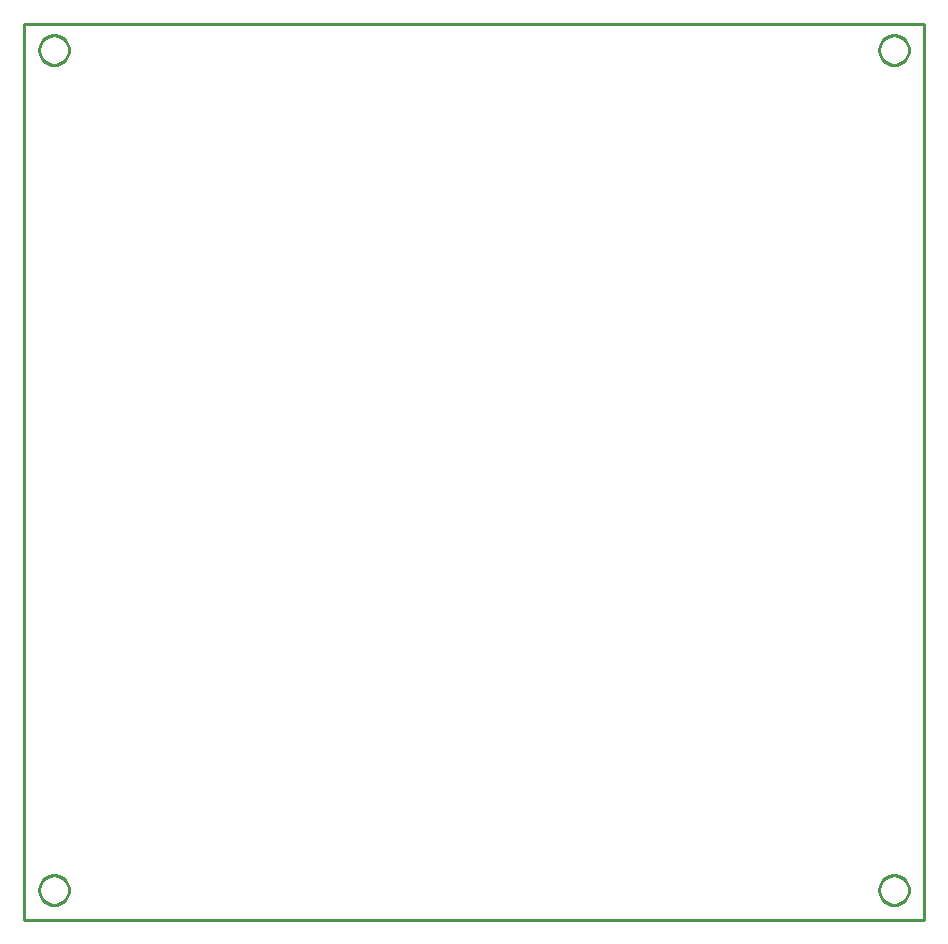
<source format=gbr>
G04 EAGLE Gerber RS-274X export*
G75*
%MOMM*%
%FSLAX34Y34*%
%LPD*%
%IN*%
%IPPOS*%
%AMOC8*
5,1,8,0,0,1.08239X$1,22.5*%
G01*
%ADD10C,0.254000*%


D10*
X50800Y38100D02*
X812600Y38100D01*
X812600Y796800D01*
X50800Y796800D01*
X50800Y38100D01*
X88700Y774209D02*
X88623Y773230D01*
X88469Y772260D01*
X88240Y771304D01*
X87936Y770370D01*
X87561Y769463D01*
X87115Y768588D01*
X86601Y767750D01*
X86024Y766955D01*
X85386Y766208D01*
X84692Y765514D01*
X83945Y764876D01*
X83150Y764299D01*
X82312Y763785D01*
X81437Y763339D01*
X80530Y762964D01*
X79596Y762660D01*
X78641Y762431D01*
X77670Y762277D01*
X76691Y762200D01*
X75709Y762200D01*
X74730Y762277D01*
X73760Y762431D01*
X72804Y762660D01*
X71870Y762964D01*
X70963Y763339D01*
X70088Y763785D01*
X69250Y764299D01*
X68455Y764876D01*
X67708Y765514D01*
X67014Y766208D01*
X66376Y766955D01*
X65799Y767750D01*
X65285Y768588D01*
X64839Y769463D01*
X64464Y770370D01*
X64160Y771304D01*
X63931Y772260D01*
X63777Y773230D01*
X63700Y774209D01*
X63700Y775191D01*
X63777Y776170D01*
X63931Y777141D01*
X64160Y778096D01*
X64464Y779030D01*
X64839Y779937D01*
X65285Y780812D01*
X65799Y781650D01*
X66376Y782445D01*
X67014Y783192D01*
X67708Y783886D01*
X68455Y784524D01*
X69250Y785101D01*
X70088Y785615D01*
X70963Y786061D01*
X71870Y786436D01*
X72804Y786740D01*
X73760Y786969D01*
X74730Y787123D01*
X75709Y787200D01*
X76691Y787200D01*
X77670Y787123D01*
X78641Y786969D01*
X79596Y786740D01*
X80530Y786436D01*
X81437Y786061D01*
X82312Y785615D01*
X83150Y785101D01*
X83945Y784524D01*
X84692Y783886D01*
X85386Y783192D01*
X86024Y782445D01*
X86601Y781650D01*
X87115Y780812D01*
X87561Y779937D01*
X87936Y779030D01*
X88240Y778096D01*
X88469Y777141D01*
X88623Y776170D01*
X88700Y775191D01*
X88700Y774209D01*
X88700Y63009D02*
X88623Y62030D01*
X88469Y61060D01*
X88240Y60104D01*
X87936Y59170D01*
X87561Y58263D01*
X87115Y57388D01*
X86601Y56550D01*
X86024Y55755D01*
X85386Y55008D01*
X84692Y54314D01*
X83945Y53676D01*
X83150Y53099D01*
X82312Y52585D01*
X81437Y52139D01*
X80530Y51764D01*
X79596Y51460D01*
X78641Y51231D01*
X77670Y51077D01*
X76691Y51000D01*
X75709Y51000D01*
X74730Y51077D01*
X73760Y51231D01*
X72804Y51460D01*
X71870Y51764D01*
X70963Y52139D01*
X70088Y52585D01*
X69250Y53099D01*
X68455Y53676D01*
X67708Y54314D01*
X67014Y55008D01*
X66376Y55755D01*
X65799Y56550D01*
X65285Y57388D01*
X64839Y58263D01*
X64464Y59170D01*
X64160Y60104D01*
X63931Y61060D01*
X63777Y62030D01*
X63700Y63009D01*
X63700Y63991D01*
X63777Y64970D01*
X63931Y65941D01*
X64160Y66896D01*
X64464Y67830D01*
X64839Y68737D01*
X65285Y69612D01*
X65799Y70450D01*
X66376Y71245D01*
X67014Y71992D01*
X67708Y72686D01*
X68455Y73324D01*
X69250Y73901D01*
X70088Y74415D01*
X70963Y74861D01*
X71870Y75236D01*
X72804Y75540D01*
X73760Y75769D01*
X74730Y75923D01*
X75709Y76000D01*
X76691Y76000D01*
X77670Y75923D01*
X78641Y75769D01*
X79596Y75540D01*
X80530Y75236D01*
X81437Y74861D01*
X82312Y74415D01*
X83150Y73901D01*
X83945Y73324D01*
X84692Y72686D01*
X85386Y71992D01*
X86024Y71245D01*
X86601Y70450D01*
X87115Y69612D01*
X87561Y68737D01*
X87936Y67830D01*
X88240Y66896D01*
X88469Y65941D01*
X88623Y64970D01*
X88700Y63991D01*
X88700Y63009D01*
X799900Y63009D02*
X799823Y62030D01*
X799669Y61060D01*
X799440Y60104D01*
X799136Y59170D01*
X798761Y58263D01*
X798315Y57388D01*
X797801Y56550D01*
X797224Y55755D01*
X796586Y55008D01*
X795892Y54314D01*
X795145Y53676D01*
X794350Y53099D01*
X793512Y52585D01*
X792637Y52139D01*
X791730Y51764D01*
X790796Y51460D01*
X789841Y51231D01*
X788870Y51077D01*
X787891Y51000D01*
X786909Y51000D01*
X785930Y51077D01*
X784960Y51231D01*
X784004Y51460D01*
X783070Y51764D01*
X782163Y52139D01*
X781288Y52585D01*
X780450Y53099D01*
X779655Y53676D01*
X778908Y54314D01*
X778214Y55008D01*
X777576Y55755D01*
X776999Y56550D01*
X776485Y57388D01*
X776039Y58263D01*
X775664Y59170D01*
X775360Y60104D01*
X775131Y61060D01*
X774977Y62030D01*
X774900Y63009D01*
X774900Y63991D01*
X774977Y64970D01*
X775131Y65941D01*
X775360Y66896D01*
X775664Y67830D01*
X776039Y68737D01*
X776485Y69612D01*
X776999Y70450D01*
X777576Y71245D01*
X778214Y71992D01*
X778908Y72686D01*
X779655Y73324D01*
X780450Y73901D01*
X781288Y74415D01*
X782163Y74861D01*
X783070Y75236D01*
X784004Y75540D01*
X784960Y75769D01*
X785930Y75923D01*
X786909Y76000D01*
X787891Y76000D01*
X788870Y75923D01*
X789841Y75769D01*
X790796Y75540D01*
X791730Y75236D01*
X792637Y74861D01*
X793512Y74415D01*
X794350Y73901D01*
X795145Y73324D01*
X795892Y72686D01*
X796586Y71992D01*
X797224Y71245D01*
X797801Y70450D01*
X798315Y69612D01*
X798761Y68737D01*
X799136Y67830D01*
X799440Y66896D01*
X799669Y65941D01*
X799823Y64970D01*
X799900Y63991D01*
X799900Y63009D01*
X799900Y774209D02*
X799823Y773230D01*
X799669Y772260D01*
X799440Y771304D01*
X799136Y770370D01*
X798761Y769463D01*
X798315Y768588D01*
X797801Y767750D01*
X797224Y766955D01*
X796586Y766208D01*
X795892Y765514D01*
X795145Y764876D01*
X794350Y764299D01*
X793512Y763785D01*
X792637Y763339D01*
X791730Y762964D01*
X790796Y762660D01*
X789841Y762431D01*
X788870Y762277D01*
X787891Y762200D01*
X786909Y762200D01*
X785930Y762277D01*
X784960Y762431D01*
X784004Y762660D01*
X783070Y762964D01*
X782163Y763339D01*
X781288Y763785D01*
X780450Y764299D01*
X779655Y764876D01*
X778908Y765514D01*
X778214Y766208D01*
X777576Y766955D01*
X776999Y767750D01*
X776485Y768588D01*
X776039Y769463D01*
X775664Y770370D01*
X775360Y771304D01*
X775131Y772260D01*
X774977Y773230D01*
X774900Y774209D01*
X774900Y775191D01*
X774977Y776170D01*
X775131Y777141D01*
X775360Y778096D01*
X775664Y779030D01*
X776039Y779937D01*
X776485Y780812D01*
X776999Y781650D01*
X777576Y782445D01*
X778214Y783192D01*
X778908Y783886D01*
X779655Y784524D01*
X780450Y785101D01*
X781288Y785615D01*
X782163Y786061D01*
X783070Y786436D01*
X784004Y786740D01*
X784960Y786969D01*
X785930Y787123D01*
X786909Y787200D01*
X787891Y787200D01*
X788870Y787123D01*
X789841Y786969D01*
X790796Y786740D01*
X791730Y786436D01*
X792637Y786061D01*
X793512Y785615D01*
X794350Y785101D01*
X795145Y784524D01*
X795892Y783886D01*
X796586Y783192D01*
X797224Y782445D01*
X797801Y781650D01*
X798315Y780812D01*
X798761Y779937D01*
X799136Y779030D01*
X799440Y778096D01*
X799669Y777141D01*
X799823Y776170D01*
X799900Y775191D01*
X799900Y774209D01*
M02*

</source>
